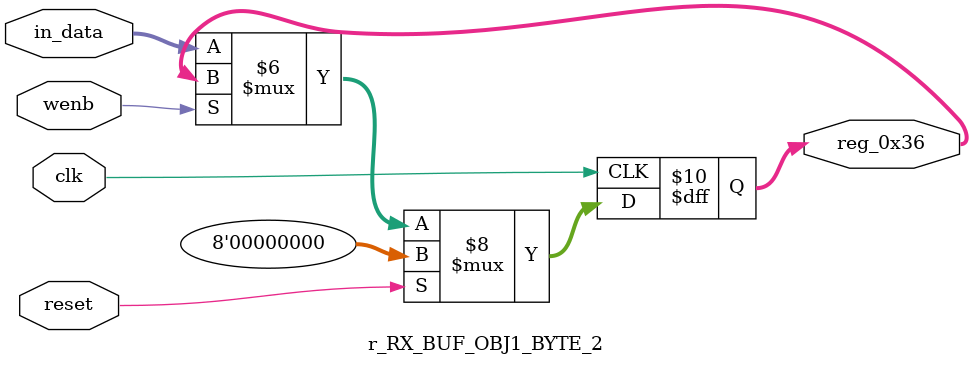
<source format=v>
module r_RX_BUF_OBJ1_BYTE_2(output reg [7:0] reg_0x36, input wire reset, input wire wenb, input wire [7:0] in_data, input wire clk);
	always@(posedge clk)
	begin
		if(reset==0) begin
			if(wenb==0)
				reg_0x36<=in_data;
			else
				reg_0x36<=reg_0x36;
		end
		else
			reg_0x36<=8'h00;
	end
endmodule
</source>
